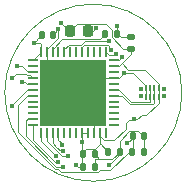
<source format=gbr>
%TF.GenerationSoftware,KiCad,Pcbnew,9.0.0*%
%TF.CreationDate,2025-03-13T16:47:56-04:00*%
%TF.ProjectId,IngestibleCapsule-Board_larger_vias,496e6765-7374-4696-926c-654361707375,rev?*%
%TF.SameCoordinates,Original*%
%TF.FileFunction,Copper,L1,Top*%
%TF.FilePolarity,Positive*%
%FSLAX46Y46*%
G04 Gerber Fmt 4.6, Leading zero omitted, Abs format (unit mm)*
G04 Created by KiCad (PCBNEW 9.0.0) date 2025-03-13 16:47:56*
%MOMM*%
%LPD*%
G01*
G04 APERTURE LIST*
G04 Aperture macros list*
%AMRoundRect*
0 Rectangle with rounded corners*
0 $1 Rounding radius*
0 $2 $3 $4 $5 $6 $7 $8 $9 X,Y pos of 4 corners*
0 Add a 4 corners polygon primitive as box body*
4,1,4,$2,$3,$4,$5,$6,$7,$8,$9,$2,$3,0*
0 Add four circle primitives for the rounded corners*
1,1,$1+$1,$2,$3*
1,1,$1+$1,$4,$5*
1,1,$1+$1,$6,$7*
1,1,$1+$1,$8,$9*
0 Add four rect primitives between the rounded corners*
20,1,$1+$1,$2,$3,$4,$5,0*
20,1,$1+$1,$4,$5,$6,$7,0*
20,1,$1+$1,$6,$7,$8,$9,0*
20,1,$1+$1,$8,$9,$2,$3,0*%
G04 Aperture macros list end*
%TA.AperFunction,SMDPad,CuDef*%
%ADD10RoundRect,0.140000X-0.140000X-0.170000X0.140000X-0.170000X0.140000X0.170000X-0.140000X0.170000X0*%
%TD*%
%TA.AperFunction,SMDPad,CuDef*%
%ADD11RoundRect,0.225000X-0.225000X-0.250000X0.225000X-0.250000X0.225000X0.250000X-0.225000X0.250000X0*%
%TD*%
%TA.AperFunction,SMDPad,CuDef*%
%ADD12RoundRect,0.140000X0.170000X-0.140000X0.170000X0.140000X-0.170000X0.140000X-0.170000X-0.140000X0*%
%TD*%
%TA.AperFunction,SMDPad,CuDef*%
%ADD13RoundRect,0.135000X-0.135000X-0.185000X0.135000X-0.185000X0.135000X0.185000X-0.135000X0.185000X0*%
%TD*%
%TA.AperFunction,SMDPad,CuDef*%
%ADD14R,0.380000X0.300000*%
%TD*%
%TA.AperFunction,SMDPad,CuDef*%
%ADD15R,0.200000X0.520000*%
%TD*%
%TA.AperFunction,SMDPad,CuDef*%
%ADD16RoundRect,0.062500X-0.375000X-0.062500X0.375000X-0.062500X0.375000X0.062500X-0.375000X0.062500X0*%
%TD*%
%TA.AperFunction,SMDPad,CuDef*%
%ADD17RoundRect,0.062500X-0.062500X-0.375000X0.062500X-0.375000X0.062500X0.375000X-0.062500X0.375000X0*%
%TD*%
%TA.AperFunction,HeatsinkPad*%
%ADD18R,5.600000X5.600000*%
%TD*%
%TA.AperFunction,ViaPad*%
%ADD19C,0.450000*%
%TD*%
%TA.AperFunction,Conductor*%
%ADD20C,0.100000*%
%TD*%
%TA.AperFunction,Profile*%
%ADD21C,0.050000*%
%TD*%
G04 APERTURE END LIST*
D10*
%TO.P,C5,1*%
%TO.N,+3.3V*%
X95620000Y-70100000D03*
%TO.P,C5,2*%
%TO.N,GND*%
X96580000Y-70100000D03*
%TD*%
%TO.P,C9,1*%
%TO.N,+3.3V*%
X99140000Y-81280000D03*
%TO.P,C9,2*%
%TO.N,GND*%
X100100000Y-81280000D03*
%TD*%
D11*
%TO.P,C10,1*%
%TO.N,+3.3V*%
X98000000Y-69800000D03*
%TO.P,C10,2*%
%TO.N,GND*%
X99550000Y-69800000D03*
%TD*%
D10*
%TO.P,C8,1*%
%TO.N,+3.3V*%
X99150000Y-80230000D03*
%TO.P,C8,2*%
%TO.N,GND*%
X100110000Y-80230000D03*
%TD*%
%TO.P,C11,1*%
%TO.N,/Processor/NRST*%
X103320000Y-78700000D03*
%TO.P,C11,2*%
%TO.N,GND*%
X104280000Y-78700000D03*
%TD*%
D12*
%TO.P,C6,1*%
%TO.N,+3.3V*%
X103200000Y-71280000D03*
%TO.P,C6,2*%
%TO.N,GND*%
X103200000Y-70320000D03*
%TD*%
D10*
%TO.P,C7,1*%
%TO.N,+3.3V*%
X101260000Y-80000000D03*
%TO.P,C7,2*%
%TO.N,GND*%
X102220000Y-80000000D03*
%TD*%
D13*
%TO.P,R3,1*%
%TO.N,/Processor/NRST*%
X103300000Y-80000000D03*
%TO.P,R3,2*%
%TO.N,GND*%
X104320000Y-80000000D03*
%TD*%
D14*
%TO.P,J2,*%
%TO.N,*%
X104035000Y-74720000D03*
X104035000Y-75280000D03*
X105965000Y-74720000D03*
X105965000Y-75280000D03*
D15*
%TO.P,J2,1,1*%
%TO.N,GND*%
X104475000Y-74610000D03*
X104475000Y-75390000D03*
%TO.P,J2,2,2*%
%TO.N,/MCU_I2C_SCL*%
X104825000Y-74610000D03*
X104825000Y-75390000D03*
%TO.P,J2,3,3*%
%TO.N,/MCU_I2C_SDA*%
X105175000Y-74610000D03*
X105175000Y-75390000D03*
%TO.P,J2,4,4*%
%TO.N,+3.3V*%
X105525000Y-74610000D03*
X105525000Y-75390000D03*
%TD*%
D16*
%TO.P,U1,1,VBAT*%
%TO.N,+3.3V*%
X94862500Y-72250000D03*
%TO.P,U1,2,PC13*%
%TO.N,unconnected-(U1-PC13-Pad2)*%
X94862500Y-72750000D03*
%TO.P,U1,3,PC14*%
%TO.N,Net-(U1-PC14)*%
X94862500Y-73250000D03*
%TO.P,U1,4,PC15*%
%TO.N,Net-(U1-PC15)*%
X94862500Y-73750000D03*
%TO.P,U1,5,PF0*%
%TO.N,Net-(U1-PF0)*%
X94862500Y-74250000D03*
%TO.P,U1,6,PF1*%
%TO.N,Net-(U1-PF1)*%
X94862500Y-74750000D03*
%TO.P,U1,7,PG10*%
%TO.N,/Processor/NRST*%
X94862500Y-75250000D03*
%TO.P,U1,8,PA0*%
%TO.N,unconnected-(U1-PA0-Pad8)*%
X94862500Y-75750000D03*
%TO.P,U1,9,PA1*%
%TO.N,unconnected-(U1-PA1-Pad9)*%
X94862500Y-76250000D03*
%TO.P,U1,10,PA2*%
%TO.N,unconnected-(U1-PA2-Pad10)*%
X94862500Y-76750000D03*
%TO.P,U1,11,PA3*%
%TO.N,/MCU_RF_IRQ*%
X94862500Y-77250000D03*
%TO.P,U1,12,PA4*%
%TO.N,/MCU_RF_CS*%
X94862500Y-77750000D03*
D17*
%TO.P,U1,13,PA5*%
%TO.N,/MCU_SPI_SCK*%
X95550000Y-78437500D03*
%TO.P,U1,14,PA6*%
%TO.N,/MCU_SPI_MISO*%
X96050000Y-78437500D03*
%TO.P,U1,15,PA7*%
%TO.N,/MCU_SPI_MOSI*%
X96550000Y-78437500D03*
%TO.P,U1,16,PC4*%
%TO.N,/MCU_MEM_CS*%
X97050000Y-78437500D03*
%TO.P,U1,17,PB0*%
%TO.N,unconnected-(U1-PB0-Pad17)*%
X97550000Y-78437500D03*
%TO.P,U1,18,PB1*%
%TO.N,unconnected-(U1-PB1-Pad18)*%
X98050000Y-78437500D03*
%TO.P,U1,19,PB2*%
%TO.N,unconnected-(U1-PB2-Pad19)*%
X98550000Y-78437500D03*
%TO.P,U1,20,VREF+*%
%TO.N,+3.3V*%
X99050000Y-78437500D03*
%TO.P,U1,21,VDDA*%
X99550000Y-78437500D03*
%TO.P,U1,22,PB10*%
%TO.N,GND*%
X100050000Y-78437500D03*
%TO.P,U1,23,VDD*%
%TO.N,+3.3V*%
X100550000Y-78437500D03*
%TO.P,U1,24,PB11*%
%TO.N,unconnected-(U1-PB11-Pad24)*%
X101050000Y-78437500D03*
D16*
%TO.P,U1,25,PB12*%
%TO.N,unconnected-(U1-PB12-Pad25)*%
X101737500Y-77750000D03*
%TO.P,U1,26,PB13*%
%TO.N,unconnected-(U1-PB13-Pad26)*%
X101737500Y-77250000D03*
%TO.P,U1,27,PB14*%
%TO.N,unconnected-(U1-PB14-Pad27)*%
X101737500Y-76750000D03*
%TO.P,U1,28,PB15*%
%TO.N,unconnected-(U1-PB15-Pad28)*%
X101737500Y-76250000D03*
%TO.P,U1,29,PC6*%
%TO.N,unconnected-(U1-PC6-Pad29)*%
X101737500Y-75750000D03*
%TO.P,U1,30,PA8*%
%TO.N,/MCU_I2C_SDA*%
X101737500Y-75250000D03*
%TO.P,U1,31,PA9*%
%TO.N,/MCU_I2C_SCL*%
X101737500Y-74750000D03*
%TO.P,U1,32,PA10*%
%TO.N,unconnected-(U1-PA10-Pad32)*%
X101737500Y-74250000D03*
%TO.P,U1,33,PA11*%
%TO.N,GND*%
X101737500Y-73750000D03*
%TO.P,U1,34,PA12*%
%TO.N,unconnected-(U1-PA12-Pad34)*%
X101737500Y-73250000D03*
%TO.P,U1,35,VDD*%
%TO.N,+3.3V*%
X101737500Y-72750000D03*
%TO.P,U1,36,PA13*%
%TO.N,/Processor/SWDIO*%
X101737500Y-72250000D03*
D17*
%TO.P,U1,37,PA14*%
%TO.N,/Processor/SWCLK*%
X101050000Y-71562500D03*
%TO.P,U1,38,PA15*%
%TO.N,unconnected-(U1-PA15-Pad38)*%
X100550000Y-71562500D03*
%TO.P,U1,39,PC10*%
%TO.N,unconnected-(U1-PC10-Pad39)*%
X100050000Y-71562500D03*
%TO.P,U1,40,PC11*%
%TO.N,unconnected-(U1-PC11-Pad40)*%
X99550000Y-71562500D03*
%TO.P,U1,41,PB3*%
%TO.N,/Processor/SWO*%
X99050000Y-71562500D03*
%TO.P,U1,42,PB4*%
%TO.N,unconnected-(U1-PB4-Pad42)*%
X98550000Y-71562500D03*
%TO.P,U1,43,PB5*%
%TO.N,unconnected-(U1-PB5-Pad43)*%
X98050000Y-71562500D03*
%TO.P,U1,44,PB6*%
%TO.N,/Processor/LED_OUT*%
X97550000Y-71562500D03*
%TO.P,U1,45,PB7*%
%TO.N,unconnected-(U1-PB7-Pad45)*%
X97050000Y-71562500D03*
%TO.P,U1,46,PB8*%
%TO.N,/Processor/BOOT0*%
X96550000Y-71562500D03*
%TO.P,U1,47,PB9*%
%TO.N,GND*%
X96050000Y-71562500D03*
%TO.P,U1,48,VDD*%
%TO.N,+3.3V*%
X95550000Y-71562500D03*
D18*
%TO.P,U1,49,VSS*%
%TO.N,GND*%
X98300000Y-75000000D03*
%TD*%
D13*
%TO.P,R2,1*%
%TO.N,/Processor/BOOT0*%
X100980000Y-70000000D03*
%TO.P,R2,2*%
%TO.N,GND*%
X102000000Y-70000000D03*
%TD*%
D19*
%TO.N,Net-(U1-PF0)*%
X94000000Y-74100000D03*
%TO.N,GND*%
X101320000Y-81120000D03*
X100250000Y-69549000D03*
X102000000Y-69350000D03*
X97380000Y-76440000D03*
X100400000Y-76830000D03*
X102580000Y-73330000D03*
X97050000Y-69620000D03*
%TO.N,Net-(U1-PC14)*%
X93570000Y-72740000D03*
%TO.N,Net-(U1-PC15)*%
X93125000Y-73760000D03*
%TO.N,+3.3V*%
X97233053Y-69101353D03*
X98499933Y-81089999D03*
X94990000Y-70800000D03*
X103430000Y-77250000D03*
X99000000Y-79140000D03*
%TO.N,/Processor/NRST*%
X102890000Y-79280000D03*
%TO.N,/Processor/LED_OUT*%
X101336290Y-70594829D03*
%TO.N,/Processor/SWO*%
X101500000Y-71372187D03*
%TO.N,/Processor/SWDIO*%
X102417334Y-71977334D03*
%TO.N,/Processor/SWCLK*%
X101890000Y-71760000D03*
%TO.N,Net-(U1-PF1)*%
X93078968Y-76120526D03*
%TO.N,/MCU_SPI_MOSI*%
X97471597Y-79961266D03*
%TO.N,/MCU_MEM_CS*%
X97312549Y-79434762D03*
%TO.N,/MCU_SPI_MISO*%
X97825002Y-80398683D03*
%TO.N,/MCU_RF_IRQ*%
X97413758Y-81311285D03*
%TO.N,/MCU_RF_CS*%
X97045454Y-80894000D03*
%TO.N,/MCU_SPI_SCK*%
X96832675Y-80386823D03*
%TD*%
D20*
%TO.N,Net-(U1-PF0)*%
X94000000Y-74100000D02*
X94250000Y-74100000D01*
X94250000Y-74100000D02*
X94400000Y-74250000D01*
X94400000Y-74250000D02*
X94862500Y-74250000D01*
%TO.N,GND*%
X104280000Y-78700000D02*
X104280000Y-79400000D01*
X104475000Y-74610000D02*
X104475000Y-74450000D01*
X96050000Y-72750000D02*
X98300000Y-75000000D01*
X96050000Y-71562500D02*
X96050000Y-72750000D01*
X102220000Y-80000000D02*
X102220000Y-80220000D01*
X103055584Y-78239000D02*
X103819000Y-78239000D01*
X104475000Y-74450000D02*
X103345000Y-73320000D01*
X102320000Y-70320000D02*
X102000000Y-70000000D01*
X99550000Y-73750000D02*
X98300000Y-75000000D01*
X104280000Y-79400000D02*
X104280000Y-79960000D01*
X103200000Y-70320000D02*
X102320000Y-70320000D01*
X100050000Y-76750000D02*
X98300000Y-75000000D01*
X100100000Y-80600000D02*
X100510000Y-80600000D01*
X100050000Y-78437500D02*
X100050000Y-76750000D01*
X100140000Y-80230000D02*
X100510000Y-80600000D01*
X99999000Y-69800000D02*
X99550000Y-69800000D01*
X103819000Y-78239000D02*
X104280000Y-78700000D01*
X102160000Y-73750000D02*
X102580000Y-73330000D01*
X101737500Y-73750000D02*
X102160000Y-73750000D01*
X100510000Y-80600000D02*
X101620000Y-80600000D01*
X104475000Y-75390000D02*
X104475000Y-74610000D01*
X96580000Y-70100000D02*
X96580000Y-70090000D01*
X101620000Y-80600000D02*
X102220000Y-80000000D01*
X102220000Y-80220000D02*
X101320000Y-81120000D01*
X97021334Y-70350000D02*
X96050000Y-71321334D01*
X97021334Y-69648666D02*
X97050000Y-69620000D01*
X103345000Y-73320000D02*
X102590000Y-73320000D01*
X97021334Y-70350000D02*
X97021334Y-69648666D01*
X102000000Y-70000000D02*
X102000000Y-69350000D01*
X96580000Y-70090000D02*
X97050000Y-69620000D01*
X100100000Y-81280000D02*
X100100000Y-80600000D01*
X100250000Y-69549000D02*
X99999000Y-69800000D01*
X102220000Y-80000000D02*
X102220000Y-79074584D01*
X101737500Y-73750000D02*
X99550000Y-73750000D01*
X102220000Y-79074584D02*
X103055584Y-78239000D01*
X96050000Y-71321334D02*
X96050000Y-71562500D01*
X100110000Y-80230000D02*
X100140000Y-80230000D01*
X104280000Y-79960000D02*
X104320000Y-80000000D01*
X102590000Y-73320000D02*
X102580000Y-73330000D01*
%TO.N,Net-(U1-PC14)*%
X93570000Y-72740000D02*
X93980000Y-72740000D01*
X94490000Y-73250000D02*
X94862500Y-73250000D01*
X93980000Y-72740000D02*
X94490000Y-73250000D01*
%TO.N,Net-(U1-PC15)*%
X94862500Y-73750000D02*
X94638500Y-73526000D01*
X94397334Y-73526000D02*
X94274000Y-73402666D01*
X94274000Y-73402666D02*
X94274000Y-73400000D01*
X94638500Y-73526000D02*
X94397334Y-73526000D01*
X93485000Y-73400000D02*
X93125000Y-73760000D01*
X94274000Y-73400000D02*
X93485000Y-73400000D01*
%TO.N,+3.3V*%
X97311700Y-69180000D02*
X97380000Y-69180000D01*
X99050000Y-79090000D02*
X99000000Y-79140000D01*
X99000000Y-79140000D02*
X99050000Y-79190000D01*
X98689934Y-81280000D02*
X98499933Y-81089999D01*
X103025000Y-77275000D02*
X102750000Y-77550000D01*
X105525000Y-74250000D02*
X104351300Y-73076300D01*
X104495556Y-76863700D02*
X105525000Y-75834256D01*
X97380000Y-69180000D02*
X98000000Y-69800000D01*
X104351300Y-73076300D02*
X102976300Y-73076300D01*
X103700000Y-77250000D02*
X104086300Y-76863700D01*
X101579000Y-69692792D02*
X101579000Y-70307208D01*
X101774000Y-79026000D02*
X100897334Y-79026000D01*
X105525000Y-75834256D02*
X105525000Y-75390000D01*
X94990000Y-70800000D02*
X95250000Y-70540000D01*
X98626000Y-69174000D02*
X101060208Y-69174000D01*
X99175000Y-79965000D02*
X99140000Y-80000000D01*
X100550000Y-78678666D02*
X100550000Y-78437500D01*
X103200000Y-71724999D02*
X103200000Y-71280000D01*
X105525000Y-74610000D02*
X105525000Y-74250000D01*
X103430000Y-77250000D02*
X103270000Y-77250000D01*
X99050000Y-79190000D02*
X99050000Y-81190000D01*
X94862500Y-72250000D02*
X95550000Y-71562500D01*
X102551792Y-71280000D02*
X103200000Y-71280000D01*
X102412499Y-72512499D02*
X103200000Y-71724999D01*
X95500000Y-70800000D02*
X95550000Y-70850000D01*
X99140000Y-80000000D02*
X99140000Y-80220000D01*
X99140000Y-80220000D02*
X99150000Y-80230000D01*
X99050000Y-81190000D02*
X99140000Y-81280000D01*
X100550000Y-79200000D02*
X100550000Y-79380000D01*
X102750000Y-77550000D02*
X102750000Y-78050000D01*
X99140000Y-81280000D02*
X98689934Y-81280000D01*
X100550000Y-79380000D02*
X100170000Y-79760000D01*
X100897334Y-79026000D02*
X100550000Y-78678666D01*
X103430000Y-77250000D02*
X103700000Y-77250000D01*
X100550000Y-79290000D02*
X101260000Y-80000000D01*
X101737500Y-72750000D02*
X102174999Y-72750000D01*
X99550000Y-78437500D02*
X99050000Y-78437500D01*
X102750000Y-78050000D02*
X101774000Y-79026000D01*
X102174999Y-72750000D02*
X102412499Y-72512499D01*
X99050000Y-78437500D02*
X99050000Y-79090000D01*
X99185000Y-79965000D02*
X99175000Y-79965000D01*
X101579000Y-70307208D02*
X102551792Y-71280000D01*
X100550000Y-78437500D02*
X100550000Y-79200000D01*
X99390000Y-79760000D02*
X99185000Y-79965000D01*
X102976300Y-73076300D02*
X102412499Y-72512499D01*
X95250000Y-70540000D02*
X95250000Y-70470000D01*
X98000000Y-69800000D02*
X98626000Y-69174000D01*
X97233053Y-69101353D02*
X97311700Y-69180000D01*
X103245000Y-77275000D02*
X103025000Y-77275000D01*
X101060208Y-69174000D02*
X101579000Y-69692792D01*
X95550000Y-70850000D02*
X95550000Y-71562500D01*
X103270000Y-77250000D02*
X103245000Y-77275000D01*
X100170000Y-79760000D02*
X99390000Y-79760000D01*
X94990000Y-70800000D02*
X95500000Y-70800000D01*
X105525000Y-74610000D02*
X105525000Y-75390000D01*
X100550000Y-79200000D02*
X100550000Y-79290000D01*
X104086300Y-76863700D02*
X104495556Y-76863700D01*
X95250000Y-70470000D02*
X95620000Y-70100000D01*
%TO.N,/Processor/NRST*%
X100531000Y-81574416D02*
X101405584Y-81574416D01*
X97020000Y-81470000D02*
X97250000Y-81700000D01*
X94862500Y-75250000D02*
X94425001Y-75250000D01*
X98834584Y-81700000D02*
X98875584Y-81741000D01*
X103320000Y-78700000D02*
X103320000Y-79980000D01*
X94425001Y-75250000D02*
X93600000Y-76075001D01*
X100364416Y-81741000D02*
X100531000Y-81574416D01*
X103320000Y-79980000D02*
X103300000Y-80000000D01*
X101405584Y-81574416D02*
X102980000Y-80000000D01*
X93600000Y-78290000D02*
X96780000Y-81470000D01*
X102980000Y-80000000D02*
X103300000Y-80000000D01*
X103320000Y-78850000D02*
X102890000Y-79280000D01*
X93600000Y-76075001D02*
X93600000Y-78290000D01*
X96780000Y-81470000D02*
X97020000Y-81470000D01*
X98875584Y-81741000D02*
X100364416Y-81741000D01*
X103320000Y-78700000D02*
X103320000Y-78850000D01*
X97250000Y-81700000D02*
X98834584Y-81700000D01*
%TO.N,/Processor/LED_OUT*%
X101336290Y-70594829D02*
X101336290Y-70597917D01*
X99259740Y-70631000D02*
X98920740Y-70970000D01*
X100633256Y-70631000D02*
X100633257Y-70631000D01*
X101336290Y-70597917D02*
X101304207Y-70630000D01*
X98920740Y-70970000D02*
X97901334Y-70970000D01*
X97550000Y-71321334D02*
X97550000Y-71562500D01*
X101304207Y-70630000D02*
X100634256Y-70630000D01*
X100634256Y-70630000D02*
X100633256Y-70631000D01*
X100633257Y-70631000D02*
X99259740Y-70631000D01*
X97901334Y-70970000D02*
X97550000Y-71321334D01*
%TO.N,/Processor/SWO*%
X101326000Y-71097334D02*
X101317770Y-71089104D01*
X101317770Y-71089104D02*
X101202666Y-70974000D01*
X99201001Y-70974000D02*
X99050000Y-71125001D01*
X100897334Y-70974000D02*
X99201001Y-70974000D01*
X101326000Y-71198187D02*
X101326000Y-71097334D01*
X99050000Y-71125001D02*
X99050000Y-71562500D01*
X101500000Y-71372187D02*
X101326000Y-71198187D01*
X101202666Y-70974000D02*
X100897334Y-70974000D01*
%TO.N,/Processor/SWDIO*%
X102144668Y-72250000D02*
X102417334Y-71977334D01*
X101737500Y-72250000D02*
X102144668Y-72250000D01*
%TO.N,/Processor/SWCLK*%
X101890000Y-71760000D02*
X101830000Y-71820000D01*
X101830000Y-71820000D02*
X101307500Y-71820000D01*
X101307500Y-71820000D02*
X101050000Y-71562500D01*
%TO.N,Net-(U1-PF1)*%
X93078968Y-76120526D02*
X93169474Y-76120526D01*
X93307499Y-75862501D02*
X93312500Y-75862501D01*
X93205000Y-75965000D02*
X93307499Y-75862501D01*
X93169474Y-76120526D02*
X93205000Y-76085000D01*
X94425001Y-74750000D02*
X94862500Y-74750000D01*
X93312500Y-75862501D02*
X94425001Y-74750000D01*
X93205000Y-76085000D02*
X93205000Y-75965000D01*
%TO.N,/Processor/BOOT0*%
X97381677Y-70430000D02*
X100550000Y-70430000D01*
X96550000Y-71562500D02*
X96550000Y-71261677D01*
X96550000Y-71261677D02*
X97381677Y-70430000D01*
X100550000Y-70430000D02*
X100980000Y-70000000D01*
%TO.N,/MCU_I2C_SCL*%
X104775000Y-75800000D02*
X103224999Y-75800000D01*
X102174999Y-74750000D02*
X101737500Y-74750000D01*
X104825000Y-75750000D02*
X104775000Y-75800000D01*
X104825000Y-75390000D02*
X104825000Y-75750000D01*
X104825000Y-74610000D02*
X104825000Y-75390000D01*
X103224999Y-75800000D02*
X102174999Y-74750000D01*
%TO.N,/MCU_I2C_SDA*%
X105175000Y-75900000D02*
X105175000Y-75390000D01*
X103141743Y-76001000D02*
X105074000Y-76001000D01*
X101737500Y-75250000D02*
X102390743Y-75250000D01*
X105074000Y-76001000D02*
X105175000Y-75900000D01*
X102390743Y-75250000D02*
X103141743Y-76001000D01*
X105175000Y-75390000D02*
X105175000Y-74610000D01*
%TO.N,/MCU_SPI_MOSI*%
X97225522Y-79961266D02*
X96848704Y-79584448D01*
X96550000Y-79285744D02*
X96550000Y-78437500D01*
X97471597Y-79961266D02*
X97225522Y-79961266D01*
X96848704Y-79584448D02*
X96550000Y-79285744D01*
%TO.N,/MCU_MEM_CS*%
X97050000Y-79010000D02*
X97050000Y-78437500D01*
X97312549Y-79272549D02*
X97050000Y-79010000D01*
X97312549Y-79434762D02*
X97312549Y-79272549D01*
%TO.N,/MCU_SPI_MISO*%
X97378683Y-80398683D02*
X96050000Y-79070000D01*
X97825002Y-80398683D02*
X97378683Y-80398683D01*
X96050000Y-79070000D02*
X96050000Y-78437500D01*
%TO.N,/MCU_RF_IRQ*%
X97103257Y-81269000D02*
X97103256Y-81269000D01*
X97145542Y-81311285D02*
X97103257Y-81269000D01*
X94274000Y-78679744D02*
X94274000Y-77401001D01*
X94425001Y-77250000D02*
X94862500Y-77250000D01*
X96936744Y-81269000D02*
X96863256Y-81269000D01*
X97103256Y-81269000D02*
X96936744Y-81269000D01*
X97413758Y-81311285D02*
X97145542Y-81311285D01*
X96863256Y-81269000D02*
X94274000Y-78679744D01*
X94274000Y-77401001D02*
X94425001Y-77250000D01*
%TO.N,/MCU_RF_CS*%
X96772512Y-80894000D02*
X94862500Y-78983988D01*
X94862500Y-78983988D02*
X94862500Y-77750000D01*
X97045454Y-80894000D02*
X96772512Y-80894000D01*
%TO.N,/MCU_SPI_SCK*%
X96806823Y-80386823D02*
X95550000Y-79130000D01*
X95550000Y-79130000D02*
X95550000Y-78437500D01*
X96832675Y-80386823D02*
X96806823Y-80386823D01*
%TD*%
D21*
X107500000Y-75000000D02*
G75*
G02*
X92500000Y-75000000I-7500000J0D01*
G01*
X92500000Y-75000000D02*
G75*
G02*
X107500000Y-75000000I7500000J0D01*
G01*
M02*

</source>
